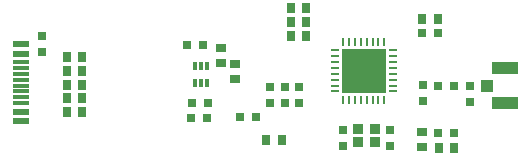
<source format=gbr>
%TF.GenerationSoftware,Altium Limited,Altium Designer,18.1.7 (191)*%
G04 Layer_Color=8421504*
%FSLAX26Y26*%
%MOIN*%
%TF.FileFunction,Paste,Top*%
%TF.Part,Single*%
G01*
G75*
%TA.AperFunction,SMDPad,CuDef*%
%ADD10R,0.031496X0.035433*%
%ADD11R,0.031496X0.029528*%
%ADD12R,0.035433X0.031496*%
%ADD13R,0.041339X0.039370*%
%ADD14R,0.086614X0.041339*%
%TA.AperFunction,ConnectorPad*%
%ADD15R,0.057087X0.023622*%
%ADD16R,0.057087X0.011811*%
%TA.AperFunction,SMDPad,CuDef*%
%ADD17R,0.029528X0.031496*%
%ADD18R,0.031496X0.010630*%
%ADD19R,0.010630X0.031496*%
%ADD20R,0.145669X0.145669*%
%ADD21R,0.037402X0.033465*%
%ADD22R,0.011811X0.026378*%
G36*
X1493004Y458387D02*
X1400787D01*
Y550604D01*
X1493004D01*
Y458387D01*
D02*
G37*
D10*
X1122047Y272297D02*
D03*
X1173228D02*
D03*
X1204724Y666985D02*
D03*
X1255906D02*
D03*
X1696850Y247172D02*
D03*
X1748032D02*
D03*
X1641947Y678253D02*
D03*
X1693128D02*
D03*
X1204724Y619488D02*
D03*
X1255906D02*
D03*
X456110Y550484D02*
D03*
X507291D02*
D03*
X456110Y504381D02*
D03*
X507291D02*
D03*
X456110Y458278D02*
D03*
X507291D02*
D03*
X456110Y412175D02*
D03*
X507291D02*
D03*
X456110Y366072D02*
D03*
X507291D02*
D03*
X1204724Y712087D02*
D03*
X1255906D02*
D03*
D11*
X374016Y619488D02*
D03*
Y566339D02*
D03*
X1133858Y450570D02*
D03*
Y397420D02*
D03*
X1183071Y450570D02*
D03*
Y397420D02*
D03*
X1232284Y450570D02*
D03*
Y397420D02*
D03*
X1535433Y254921D02*
D03*
Y308071D02*
D03*
X1377953Y308069D02*
D03*
Y254920D02*
D03*
X1643701Y404528D02*
D03*
Y457677D02*
D03*
X1801181Y453737D02*
D03*
Y400588D02*
D03*
D12*
X1641732Y249792D02*
D03*
Y300973D02*
D03*
X1018720Y527949D02*
D03*
Y476767D02*
D03*
X971869Y580610D02*
D03*
Y529429D02*
D03*
D13*
X1859252Y454253D02*
D03*
D14*
X1919291Y396182D02*
D03*
Y512324D02*
D03*
D15*
X305120Y337008D02*
D03*
Y368504D02*
D03*
Y561417D02*
D03*
Y592913D02*
D03*
D16*
Y474803D02*
D03*
Y494488D02*
D03*
Y514173D02*
D03*
Y533858D02*
D03*
Y396063D02*
D03*
Y415748D02*
D03*
Y435433D02*
D03*
Y455118D02*
D03*
D17*
X1749016Y297172D02*
D03*
X1695866D02*
D03*
X1694112Y629788D02*
D03*
X1640963D02*
D03*
X1749016Y455118D02*
D03*
X1695866D02*
D03*
X1087898Y349606D02*
D03*
X1034748D02*
D03*
X871595Y348327D02*
D03*
X924744D02*
D03*
X873031Y397358D02*
D03*
X926181D02*
D03*
X912402Y590452D02*
D03*
X859252D02*
D03*
D18*
X1543307Y435552D02*
D03*
Y455237D02*
D03*
Y474922D02*
D03*
Y494607D02*
D03*
Y514292D02*
D03*
Y533977D02*
D03*
Y553663D02*
D03*
Y573347D02*
D03*
X1350394D02*
D03*
Y553663D02*
D03*
Y533977D02*
D03*
Y514292D02*
D03*
Y494607D02*
D03*
Y474922D02*
D03*
Y455237D02*
D03*
Y435552D02*
D03*
D19*
X1515748Y600907D02*
D03*
X1496063D02*
D03*
X1476378D02*
D03*
X1456693D02*
D03*
X1437008D02*
D03*
X1417323D02*
D03*
X1397638D02*
D03*
X1377953D02*
D03*
Y407993D02*
D03*
X1397638D02*
D03*
X1417323D02*
D03*
X1437008D02*
D03*
X1456693D02*
D03*
X1476378D02*
D03*
X1496063D02*
D03*
X1515748D02*
D03*
D20*
X1446850Y504450D02*
D03*
D21*
X1485236Y310816D02*
D03*
Y265540D02*
D03*
X1428150D02*
D03*
Y310816D02*
D03*
D22*
X925197Y461925D02*
D03*
X905512D02*
D03*
X885827D02*
D03*
Y520193D02*
D03*
X905512D02*
D03*
X925197D02*
D03*
%TF.MD5,35344478aaaca7485d27e117119e61ba*%
M02*

</source>
